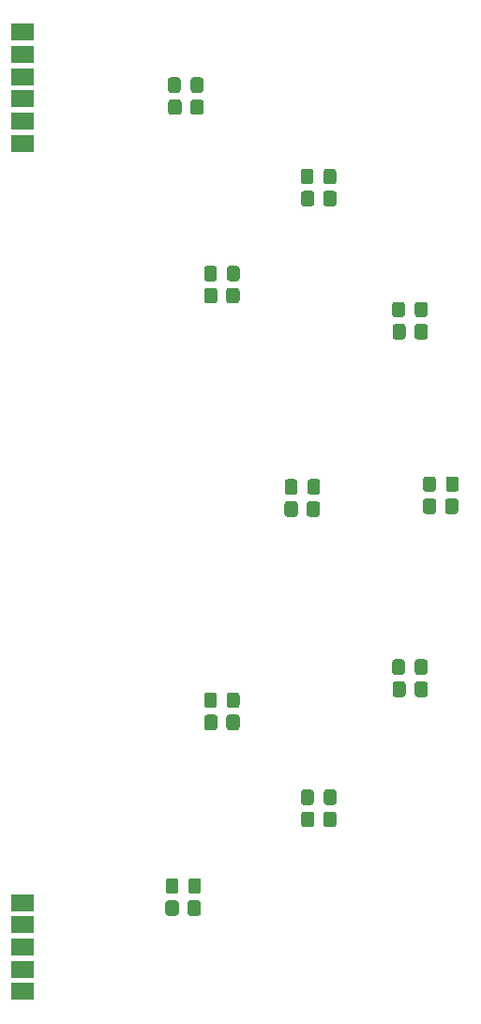
<source format=gbr>
G04 #@! TF.GenerationSoftware,KiCad,Pcbnew,5.1.10-88a1d61d58~88~ubuntu20.04.1*
G04 #@! TF.CreationDate,2021-06-07T13:22:34+01:00*
G04 #@! TF.ProjectId,wings,77696e67-732e-46b6-9963-61645f706362,rev?*
G04 #@! TF.SameCoordinates,Original*
G04 #@! TF.FileFunction,Soldermask,Top*
G04 #@! TF.FilePolarity,Negative*
%FSLAX46Y46*%
G04 Gerber Fmt 4.6, Leading zero omitted, Abs format (unit mm)*
G04 Created by KiCad (PCBNEW 5.1.10-88a1d61d58~88~ubuntu20.04.1) date 2021-06-07 13:22:34*
%MOMM*%
%LPD*%
G01*
G04 APERTURE LIST*
%ADD10R,2.000000X1.500000*%
G04 APERTURE END LIST*
G04 #@! TO.C,R6*
G36*
G01*
X176900000Y-121950001D02*
X176900000Y-121049999D01*
G75*
G02*
X177149999Y-120800000I249999J0D01*
G01*
X177850001Y-120800000D01*
G75*
G02*
X178100000Y-121049999I0J-249999D01*
G01*
X178100000Y-121950001D01*
G75*
G02*
X177850001Y-122200000I-249999J0D01*
G01*
X177149999Y-122200000D01*
G75*
G02*
X176900000Y-121950001I0J249999D01*
G01*
G37*
G36*
G01*
X174900000Y-121950001D02*
X174900000Y-121049999D01*
G75*
G02*
X175149999Y-120800000I249999J0D01*
G01*
X175850001Y-120800000D01*
G75*
G02*
X176100000Y-121049999I0J-249999D01*
G01*
X176100000Y-121950001D01*
G75*
G02*
X175850001Y-122200000I-249999J0D01*
G01*
X175149999Y-122200000D01*
G75*
G02*
X174900000Y-121950001I0J249999D01*
G01*
G37*
G04 #@! TD*
G04 #@! TO.C,R5*
G36*
G01*
X185150000Y-110200001D02*
X185150000Y-109299999D01*
G75*
G02*
X185399999Y-109050000I249999J0D01*
G01*
X186100001Y-109050000D01*
G75*
G02*
X186350000Y-109299999I0J-249999D01*
G01*
X186350000Y-110200001D01*
G75*
G02*
X186100001Y-110450000I-249999J0D01*
G01*
X185399999Y-110450000D01*
G75*
G02*
X185150000Y-110200001I0J249999D01*
G01*
G37*
G36*
G01*
X183150000Y-110200001D02*
X183150000Y-109299999D01*
G75*
G02*
X183399999Y-109050000I249999J0D01*
G01*
X184100001Y-109050000D01*
G75*
G02*
X184350000Y-109299999I0J-249999D01*
G01*
X184350000Y-110200001D01*
G75*
G02*
X184100001Y-110450000I-249999J0D01*
G01*
X183399999Y-110450000D01*
G75*
G02*
X183150000Y-110200001I0J249999D01*
G01*
G37*
G04 #@! TD*
G04 #@! TO.C,R18*
G36*
G01*
X168150000Y-113200001D02*
X168150000Y-112299999D01*
G75*
G02*
X168399999Y-112050000I249999J0D01*
G01*
X169100001Y-112050000D01*
G75*
G02*
X169350000Y-112299999I0J-249999D01*
G01*
X169350000Y-113200001D01*
G75*
G02*
X169100001Y-113450000I-249999J0D01*
G01*
X168399999Y-113450000D01*
G75*
G02*
X168150000Y-113200001I0J249999D01*
G01*
G37*
G36*
G01*
X166150000Y-113200001D02*
X166150000Y-112299999D01*
G75*
G02*
X166399999Y-112050000I249999J0D01*
G01*
X167100001Y-112050000D01*
G75*
G02*
X167350000Y-112299999I0J-249999D01*
G01*
X167350000Y-113200001D01*
G75*
G02*
X167100001Y-113450000I-249999J0D01*
G01*
X166399999Y-113450000D01*
G75*
G02*
X166150000Y-113200001I0J249999D01*
G01*
G37*
G04 #@! TD*
G04 #@! TO.C,R4*
G36*
G01*
X187900000Y-93700001D02*
X187900000Y-92799999D01*
G75*
G02*
X188149999Y-92550000I249999J0D01*
G01*
X188850001Y-92550000D01*
G75*
G02*
X189100000Y-92799999I0J-249999D01*
G01*
X189100000Y-93700001D01*
G75*
G02*
X188850001Y-93950000I-249999J0D01*
G01*
X188149999Y-93950000D01*
G75*
G02*
X187900000Y-93700001I0J249999D01*
G01*
G37*
G36*
G01*
X185900000Y-93700001D02*
X185900000Y-92799999D01*
G75*
G02*
X186149999Y-92550000I249999J0D01*
G01*
X186850001Y-92550000D01*
G75*
G02*
X187100000Y-92799999I0J-249999D01*
G01*
X187100000Y-93700001D01*
G75*
G02*
X186850001Y-93950000I-249999J0D01*
G01*
X186149999Y-93950000D01*
G75*
G02*
X185900000Y-93700001I0J249999D01*
G01*
G37*
G04 #@! TD*
G04 #@! TO.C,R17*
G36*
G01*
X175400000Y-93950001D02*
X175400000Y-93049999D01*
G75*
G02*
X175649999Y-92800000I249999J0D01*
G01*
X176350001Y-92800000D01*
G75*
G02*
X176600000Y-93049999I0J-249999D01*
G01*
X176600000Y-93950001D01*
G75*
G02*
X176350001Y-94200000I-249999J0D01*
G01*
X175649999Y-94200000D01*
G75*
G02*
X175400000Y-93950001I0J249999D01*
G01*
G37*
G36*
G01*
X173400000Y-93950001D02*
X173400000Y-93049999D01*
G75*
G02*
X173649999Y-92800000I249999J0D01*
G01*
X174350001Y-92800000D01*
G75*
G02*
X174600000Y-93049999I0J-249999D01*
G01*
X174600000Y-93950001D01*
G75*
G02*
X174350001Y-94200000I-249999J0D01*
G01*
X173649999Y-94200000D01*
G75*
G02*
X173400000Y-93950001I0J249999D01*
G01*
G37*
G04 #@! TD*
G04 #@! TO.C,R3*
G36*
G01*
X185150000Y-77950001D02*
X185150000Y-77049999D01*
G75*
G02*
X185399999Y-76800000I249999J0D01*
G01*
X186100001Y-76800000D01*
G75*
G02*
X186350000Y-77049999I0J-249999D01*
G01*
X186350000Y-77950001D01*
G75*
G02*
X186100001Y-78200000I-249999J0D01*
G01*
X185399999Y-78200000D01*
G75*
G02*
X185150000Y-77950001I0J249999D01*
G01*
G37*
G36*
G01*
X183150000Y-77950001D02*
X183150000Y-77049999D01*
G75*
G02*
X183399999Y-76800000I249999J0D01*
G01*
X184100001Y-76800000D01*
G75*
G02*
X184350000Y-77049999I0J-249999D01*
G01*
X184350000Y-77950001D01*
G75*
G02*
X184100001Y-78200000I-249999J0D01*
G01*
X183399999Y-78200000D01*
G75*
G02*
X183150000Y-77950001I0J249999D01*
G01*
G37*
G04 #@! TD*
G04 #@! TO.C,R16*
G36*
G01*
X168150000Y-74700001D02*
X168150000Y-73799999D01*
G75*
G02*
X168399999Y-73550000I249999J0D01*
G01*
X169100001Y-73550000D01*
G75*
G02*
X169350000Y-73799999I0J-249999D01*
G01*
X169350000Y-74700001D01*
G75*
G02*
X169100001Y-74950000I-249999J0D01*
G01*
X168399999Y-74950000D01*
G75*
G02*
X168150000Y-74700001I0J249999D01*
G01*
G37*
G36*
G01*
X166150000Y-74700001D02*
X166150000Y-73799999D01*
G75*
G02*
X166399999Y-73550000I249999J0D01*
G01*
X167100001Y-73550000D01*
G75*
G02*
X167350000Y-73799999I0J-249999D01*
G01*
X167350000Y-74700001D01*
G75*
G02*
X167100001Y-74950000I-249999J0D01*
G01*
X166399999Y-74950000D01*
G75*
G02*
X166150000Y-74700001I0J249999D01*
G01*
G37*
G04 #@! TD*
G04 #@! TO.C,R2*
G36*
G01*
X176900000Y-65950001D02*
X176900000Y-65049999D01*
G75*
G02*
X177149999Y-64800000I249999J0D01*
G01*
X177850001Y-64800000D01*
G75*
G02*
X178100000Y-65049999I0J-249999D01*
G01*
X178100000Y-65950001D01*
G75*
G02*
X177850001Y-66200000I-249999J0D01*
G01*
X177149999Y-66200000D01*
G75*
G02*
X176900000Y-65950001I0J249999D01*
G01*
G37*
G36*
G01*
X174900000Y-65950001D02*
X174900000Y-65049999D01*
G75*
G02*
X175149999Y-64800000I249999J0D01*
G01*
X175850001Y-64800000D01*
G75*
G02*
X176100000Y-65049999I0J-249999D01*
G01*
X176100000Y-65950001D01*
G75*
G02*
X175850001Y-66200000I-249999J0D01*
G01*
X175149999Y-66200000D01*
G75*
G02*
X174900000Y-65950001I0J249999D01*
G01*
G37*
G04 #@! TD*
G04 #@! TO.C,R1*
G36*
G01*
X164900000Y-57700001D02*
X164900000Y-56799999D01*
G75*
G02*
X165149999Y-56550000I249999J0D01*
G01*
X165850001Y-56550000D01*
G75*
G02*
X166100000Y-56799999I0J-249999D01*
G01*
X166100000Y-57700001D01*
G75*
G02*
X165850001Y-57950000I-249999J0D01*
G01*
X165149999Y-57950000D01*
G75*
G02*
X164900000Y-57700001I0J249999D01*
G01*
G37*
G36*
G01*
X162900000Y-57700001D02*
X162900000Y-56799999D01*
G75*
G02*
X163149999Y-56550000I249999J0D01*
G01*
X163850001Y-56550000D01*
G75*
G02*
X164100000Y-56799999I0J-249999D01*
G01*
X164100000Y-57700001D01*
G75*
G02*
X163850001Y-57950000I-249999J0D01*
G01*
X163149999Y-57950000D01*
G75*
G02*
X162900000Y-57700001I0J249999D01*
G01*
G37*
G04 #@! TD*
G04 #@! TO.C,R7*
G36*
G01*
X164650000Y-129950001D02*
X164650000Y-129049999D01*
G75*
G02*
X164899999Y-128800000I249999J0D01*
G01*
X165600001Y-128800000D01*
G75*
G02*
X165850000Y-129049999I0J-249999D01*
G01*
X165850000Y-129950001D01*
G75*
G02*
X165600001Y-130200000I-249999J0D01*
G01*
X164899999Y-130200000D01*
G75*
G02*
X164650000Y-129950001I0J249999D01*
G01*
G37*
G36*
G01*
X162650000Y-129950001D02*
X162650000Y-129049999D01*
G75*
G02*
X162899999Y-128800000I249999J0D01*
G01*
X163600001Y-128800000D01*
G75*
G02*
X163850000Y-129049999I0J-249999D01*
G01*
X163850000Y-129950001D01*
G75*
G02*
X163600001Y-130200000I-249999J0D01*
G01*
X162899999Y-130200000D01*
G75*
G02*
X162650000Y-129950001I0J249999D01*
G01*
G37*
G04 #@! TD*
D10*
G04 #@! TO.C,J3*
X149750000Y-137000000D03*
X149750000Y-135000000D03*
X149750000Y-133000000D03*
X149750000Y-131000000D03*
X149750000Y-129000000D03*
G04 #@! TD*
G04 #@! TO.C,J2*
X149750000Y-60500000D03*
X149750000Y-58500000D03*
X149750000Y-56500000D03*
X149750000Y-54500000D03*
X149750000Y-52500000D03*
X149750000Y-50500000D03*
G04 #@! TD*
G04 #@! TO.C,D6*
G36*
G01*
X176950000Y-119950001D02*
X176950000Y-119049999D01*
G75*
G02*
X177199999Y-118800000I249999J0D01*
G01*
X177850001Y-118800000D01*
G75*
G02*
X178100000Y-119049999I0J-249999D01*
G01*
X178100000Y-119950001D01*
G75*
G02*
X177850001Y-120200000I-249999J0D01*
G01*
X177199999Y-120200000D01*
G75*
G02*
X176950000Y-119950001I0J249999D01*
G01*
G37*
G36*
G01*
X174900000Y-119950001D02*
X174900000Y-119049999D01*
G75*
G02*
X175149999Y-118800000I249999J0D01*
G01*
X175800001Y-118800000D01*
G75*
G02*
X176050000Y-119049999I0J-249999D01*
G01*
X176050000Y-119950001D01*
G75*
G02*
X175800001Y-120200000I-249999J0D01*
G01*
X175149999Y-120200000D01*
G75*
G02*
X174900000Y-119950001I0J249999D01*
G01*
G37*
G04 #@! TD*
G04 #@! TO.C,D5*
G36*
G01*
X185175000Y-108200001D02*
X185175000Y-107299999D01*
G75*
G02*
X185424999Y-107050000I249999J0D01*
G01*
X186075001Y-107050000D01*
G75*
G02*
X186325000Y-107299999I0J-249999D01*
G01*
X186325000Y-108200001D01*
G75*
G02*
X186075001Y-108450000I-249999J0D01*
G01*
X185424999Y-108450000D01*
G75*
G02*
X185175000Y-108200001I0J249999D01*
G01*
G37*
G36*
G01*
X183125000Y-108200001D02*
X183125000Y-107299999D01*
G75*
G02*
X183374999Y-107050000I249999J0D01*
G01*
X184025001Y-107050000D01*
G75*
G02*
X184275000Y-107299999I0J-249999D01*
G01*
X184275000Y-108200001D01*
G75*
G02*
X184025001Y-108450000I-249999J0D01*
G01*
X183374999Y-108450000D01*
G75*
G02*
X183125000Y-108200001I0J249999D01*
G01*
G37*
G04 #@! TD*
G04 #@! TO.C,D18*
G36*
G01*
X168200000Y-111200001D02*
X168200000Y-110299999D01*
G75*
G02*
X168449999Y-110050000I249999J0D01*
G01*
X169100001Y-110050000D01*
G75*
G02*
X169350000Y-110299999I0J-249999D01*
G01*
X169350000Y-111200001D01*
G75*
G02*
X169100001Y-111450000I-249999J0D01*
G01*
X168449999Y-111450000D01*
G75*
G02*
X168200000Y-111200001I0J249999D01*
G01*
G37*
G36*
G01*
X166150000Y-111200001D02*
X166150000Y-110299999D01*
G75*
G02*
X166399999Y-110050000I249999J0D01*
G01*
X167050001Y-110050000D01*
G75*
G02*
X167300000Y-110299999I0J-249999D01*
G01*
X167300000Y-111200001D01*
G75*
G02*
X167050001Y-111450000I-249999J0D01*
G01*
X166399999Y-111450000D01*
G75*
G02*
X166150000Y-111200001I0J249999D01*
G01*
G37*
G04 #@! TD*
G04 #@! TO.C,D4*
G36*
G01*
X187975000Y-91700001D02*
X187975000Y-90799999D01*
G75*
G02*
X188224999Y-90550000I249999J0D01*
G01*
X188875001Y-90550000D01*
G75*
G02*
X189125000Y-90799999I0J-249999D01*
G01*
X189125000Y-91700001D01*
G75*
G02*
X188875001Y-91950000I-249999J0D01*
G01*
X188224999Y-91950000D01*
G75*
G02*
X187975000Y-91700001I0J249999D01*
G01*
G37*
G36*
G01*
X185925000Y-91700001D02*
X185925000Y-90799999D01*
G75*
G02*
X186174999Y-90550000I249999J0D01*
G01*
X186825001Y-90550000D01*
G75*
G02*
X187075000Y-90799999I0J-249999D01*
G01*
X187075000Y-91700001D01*
G75*
G02*
X186825001Y-91950000I-249999J0D01*
G01*
X186174999Y-91950000D01*
G75*
G02*
X185925000Y-91700001I0J249999D01*
G01*
G37*
G04 #@! TD*
G04 #@! TO.C,D17*
G36*
G01*
X175475000Y-91950001D02*
X175475000Y-91049999D01*
G75*
G02*
X175724999Y-90800000I249999J0D01*
G01*
X176375001Y-90800000D01*
G75*
G02*
X176625000Y-91049999I0J-249999D01*
G01*
X176625000Y-91950001D01*
G75*
G02*
X176375001Y-92200000I-249999J0D01*
G01*
X175724999Y-92200000D01*
G75*
G02*
X175475000Y-91950001I0J249999D01*
G01*
G37*
G36*
G01*
X173425000Y-91950001D02*
X173425000Y-91049999D01*
G75*
G02*
X173674999Y-90800000I249999J0D01*
G01*
X174325001Y-90800000D01*
G75*
G02*
X174575000Y-91049999I0J-249999D01*
G01*
X174575000Y-91950001D01*
G75*
G02*
X174325001Y-92200000I-249999J0D01*
G01*
X173674999Y-92200000D01*
G75*
G02*
X173425000Y-91950001I0J249999D01*
G01*
G37*
G04 #@! TD*
G04 #@! TO.C,D3*
G36*
G01*
X185175000Y-75950001D02*
X185175000Y-75049999D01*
G75*
G02*
X185424999Y-74800000I249999J0D01*
G01*
X186075001Y-74800000D01*
G75*
G02*
X186325000Y-75049999I0J-249999D01*
G01*
X186325000Y-75950001D01*
G75*
G02*
X186075001Y-76200000I-249999J0D01*
G01*
X185424999Y-76200000D01*
G75*
G02*
X185175000Y-75950001I0J249999D01*
G01*
G37*
G36*
G01*
X183125000Y-75950001D02*
X183125000Y-75049999D01*
G75*
G02*
X183374999Y-74800000I249999J0D01*
G01*
X184025001Y-74800000D01*
G75*
G02*
X184275000Y-75049999I0J-249999D01*
G01*
X184275000Y-75950001D01*
G75*
G02*
X184025001Y-76200000I-249999J0D01*
G01*
X183374999Y-76200000D01*
G75*
G02*
X183125000Y-75950001I0J249999D01*
G01*
G37*
G04 #@! TD*
G04 #@! TO.C,D16*
G36*
G01*
X168200000Y-72700001D02*
X168200000Y-71799999D01*
G75*
G02*
X168449999Y-71550000I249999J0D01*
G01*
X169100001Y-71550000D01*
G75*
G02*
X169350000Y-71799999I0J-249999D01*
G01*
X169350000Y-72700001D01*
G75*
G02*
X169100001Y-72950000I-249999J0D01*
G01*
X168449999Y-72950000D01*
G75*
G02*
X168200000Y-72700001I0J249999D01*
G01*
G37*
G36*
G01*
X166150000Y-72700001D02*
X166150000Y-71799999D01*
G75*
G02*
X166399999Y-71550000I249999J0D01*
G01*
X167050001Y-71550000D01*
G75*
G02*
X167300000Y-71799999I0J-249999D01*
G01*
X167300000Y-72700001D01*
G75*
G02*
X167050001Y-72950000I-249999J0D01*
G01*
X166399999Y-72950000D01*
G75*
G02*
X166150000Y-72700001I0J249999D01*
G01*
G37*
G04 #@! TD*
G04 #@! TO.C,D2*
G36*
G01*
X176925000Y-63950001D02*
X176925000Y-63049999D01*
G75*
G02*
X177174999Y-62800000I249999J0D01*
G01*
X177825001Y-62800000D01*
G75*
G02*
X178075000Y-63049999I0J-249999D01*
G01*
X178075000Y-63950001D01*
G75*
G02*
X177825001Y-64200000I-249999J0D01*
G01*
X177174999Y-64200000D01*
G75*
G02*
X176925000Y-63950001I0J249999D01*
G01*
G37*
G36*
G01*
X174875000Y-63950001D02*
X174875000Y-63049999D01*
G75*
G02*
X175124999Y-62800000I249999J0D01*
G01*
X175775001Y-62800000D01*
G75*
G02*
X176025000Y-63049999I0J-249999D01*
G01*
X176025000Y-63950001D01*
G75*
G02*
X175775001Y-64200000I-249999J0D01*
G01*
X175124999Y-64200000D01*
G75*
G02*
X174875000Y-63950001I0J249999D01*
G01*
G37*
G04 #@! TD*
G04 #@! TO.C,D1*
G36*
G01*
X164925000Y-55700001D02*
X164925000Y-54799999D01*
G75*
G02*
X165174999Y-54550000I249999J0D01*
G01*
X165825001Y-54550000D01*
G75*
G02*
X166075000Y-54799999I0J-249999D01*
G01*
X166075000Y-55700001D01*
G75*
G02*
X165825001Y-55950000I-249999J0D01*
G01*
X165174999Y-55950000D01*
G75*
G02*
X164925000Y-55700001I0J249999D01*
G01*
G37*
G36*
G01*
X162875000Y-55700001D02*
X162875000Y-54799999D01*
G75*
G02*
X163124999Y-54550000I249999J0D01*
G01*
X163775001Y-54550000D01*
G75*
G02*
X164025000Y-54799999I0J-249999D01*
G01*
X164025000Y-55700001D01*
G75*
G02*
X163775001Y-55950000I-249999J0D01*
G01*
X163124999Y-55950000D01*
G75*
G02*
X162875000Y-55700001I0J249999D01*
G01*
G37*
G04 #@! TD*
G04 #@! TO.C,D7*
G36*
G01*
X164725000Y-127950001D02*
X164725000Y-127049999D01*
G75*
G02*
X164974999Y-126800000I249999J0D01*
G01*
X165625001Y-126800000D01*
G75*
G02*
X165875000Y-127049999I0J-249999D01*
G01*
X165875000Y-127950001D01*
G75*
G02*
X165625001Y-128200000I-249999J0D01*
G01*
X164974999Y-128200000D01*
G75*
G02*
X164725000Y-127950001I0J249999D01*
G01*
G37*
G36*
G01*
X162675000Y-127950001D02*
X162675000Y-127049999D01*
G75*
G02*
X162924999Y-126800000I249999J0D01*
G01*
X163575001Y-126800000D01*
G75*
G02*
X163825000Y-127049999I0J-249999D01*
G01*
X163825000Y-127950001D01*
G75*
G02*
X163575001Y-128200000I-249999J0D01*
G01*
X162924999Y-128200000D01*
G75*
G02*
X162675000Y-127950001I0J249999D01*
G01*
G37*
G04 #@! TD*
M02*

</source>
